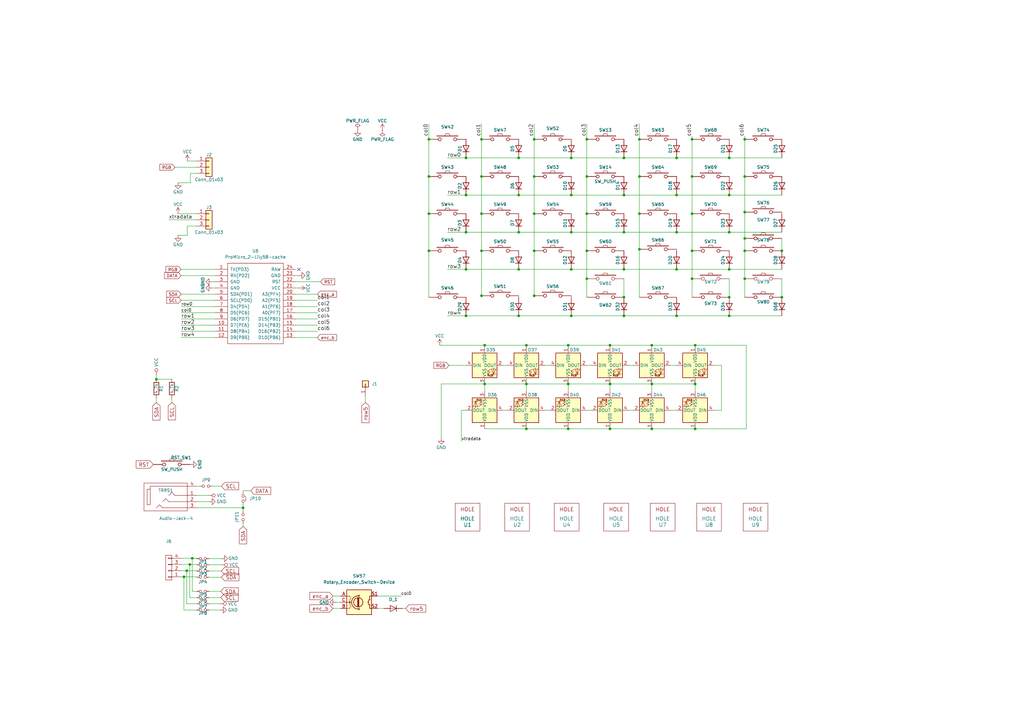
<source format=kicad_sch>
(kicad_sch (version 20230121) (generator eeschema)
  (paper "A3")
  (title_block (title "Dash") (rev "1.0.0-alpha") (company "omkbd"))
  (junction (at 262.255 87.63))
  (junction (at 277.495 129.54))
  (junction (at 75.438 236.601))
  (junction (at 299.085 110.49))
  (junction (at 233.045 157.48))
  (junction (at 262.255 102.235))
  (junction (at 99.695 208.28))
  (junction (at 212.725 95.25))
  (junction (at 198.755 141.605))
  (junction (at 305.435 97.79))
  (junction (at 219.075 102.87))
  (junction (at 219.075 121.285))
  (junction (at 78.867 228.981))
  (junction (at 234.315 95.25))
  (junction (at 255.905 64.77))
  (junction (at 305.435 102.87))
  (junction (at 175.895 87.63))
  (junction (at 198.755 157.48))
  (junction (at 191.135 80.01))
  (junction (at 197.485 87.63))
  (junction (at 285.115 157.48))
  (junction (at 191.135 64.77))
  (junction (at 255.905 95.25))
  (junction (at 219.075 72.39))
  (junction (at 175.895 72.39))
  (junction (at 305.435 86.995))
  (junction (at 299.085 95.25))
  (junction (at 234.315 129.54))
  (junction (at 215.9 141.605))
  (junction (at 233.045 141.605))
  (junction (at 262.255 57.15))
  (junction (at 267.335 141.605))
  (junction (at 283.845 87.63))
  (junction (at 215.9 157.48))
  (junction (at 212.725 64.77))
  (junction (at 77.851 231.521))
  (junction (at 191.135 95.25))
  (junction (at 219.075 87.63))
  (junction (at 255.905 121.92))
  (junction (at 212.725 80.01))
  (junction (at 234.315 110.49))
  (junction (at 283.845 72.39))
  (junction (at 277.495 110.49))
  (junction (at 191.135 110.49))
  (junction (at 285.115 141.605))
  (junction (at 283.845 102.87))
  (junction (at 240.665 72.39))
  (junction (at 233.045 175.895))
  (junction (at 234.315 64.77))
  (junction (at 277.495 64.77))
  (junction (at 320.675 102.87))
  (junction (at 277.495 80.01))
  (junction (at 299.085 129.54))
  (junction (at 212.725 110.49))
  (junction (at 283.845 57.15))
  (junction (at 197.485 102.87))
  (junction (at 255.905 80.01))
  (junction (at 299.085 80.01))
  (junction (at 240.665 102.87))
  (junction (at 299.085 64.77))
  (junction (at 250.19 175.895))
  (junction (at 240.665 57.15))
  (junction (at 197.485 57.15))
  (junction (at 212.725 129.54))
  (junction (at 267.335 157.48))
  (junction (at 305.435 72.39))
  (junction (at 240.665 114.3))
  (junction (at 255.905 110.49))
  (junction (at 305.435 114.3))
  (junction (at 197.485 72.39))
  (junction (at 215.9 175.895))
  (junction (at 285.115 175.895))
  (junction (at 175.895 57.15))
  (junction (at 262.255 72.39))
  (junction (at 64.135 155.575))
  (junction (at 267.335 175.895))
  (junction (at 277.495 95.25))
  (junction (at 197.485 121.285))
  (junction (at 320.675 121.92))
  (junction (at 283.845 114.3))
  (junction (at 255.905 129.54))
  (junction (at 250.19 157.48))
  (junction (at 305.435 57.15))
  (junction (at 175.895 102.87))
  (junction (at 250.19 141.605))
  (junction (at 299.085 121.92))
  (junction (at 191.135 129.54))
  (junction (at 219.075 57.15))
  (junction (at 76.581 234.061))
  (junction (at 234.315 80.01))
  (junction (at 240.665 87.63))
  (no_connect (at 122.555 110.49))
  (wire (pts (xy 191.135 110.49) (xy 212.725 110.49)))
  (wire (pts (xy 85.725 231.648) (xy 90.805 231.648)))
  (wire (pts (xy 305.435 86.995) (xy 305.435 97.79)))
  (wire (pts (xy 191.135 64.77) (xy 212.725 64.77)))
  (wire (pts (xy 283.845 72.39) (xy 283.845 87.63)))
  (wire (pts (xy 70.485 163.195) (xy 70.485 165.1)))
  (wire (pts (xy 240.665 50.8) (xy 240.665 57.15)))
  (wire (pts (xy 250.19 157.48) (xy 267.335 157.48)))
  (wire (pts (xy 121.285 138.43) (xy 130.175 138.43)))
  (wire (pts (xy 85.725 229.108) (xy 90.805 229.108)))
  (wire (pts (xy 299.085 129.54) (xy 320.675 129.54)))
  (wire (pts (xy 262.255 87.63) (xy 262.255 102.235)))
  (wire (pts (xy 267.335 175.895) (xy 285.115 175.895)))
  (wire (pts (xy 121.285 118.11) (xy 122.555 118.11)))
  (wire (pts (xy 234.315 121.285) (xy 234.315 121.92)))
  (wire (pts (xy 262.255 72.39) (xy 262.255 87.63)))
  (wire (pts (xy 121.285 135.89) (xy 130.175 135.89)))
  (wire (pts (xy 80.645 250.19) (xy 75.438 250.19)))
  (wire (pts (xy 74.295 234.061) (xy 76.581 234.061)))
  (wire (pts (xy 234.315 80.01) (xy 255.905 80.01)))
  (wire (pts (xy 74.295 138.43) (xy 88.265 138.43)))
  (wire (pts (xy 215.9 157.48) (xy 233.045 157.48)))
  (wire (pts (xy 305.435 102.87) (xy 305.435 114.3)))
  (wire (pts (xy 85.725 234.188) (xy 90.805 234.188)))
  (wire (pts (xy 250.19 157.48) (xy 250.19 160.655)))
  (wire (pts (xy 305.435 72.39) (xy 305.435 86.995)))
  (wire (pts (xy 277.495 110.49) (xy 299.085 110.49)))
  (wire (pts (xy 277.495 80.01) (xy 299.085 80.01)))
  (wire (pts (xy 283.845 87.63) (xy 283.845 102.87)))
  (wire (pts (xy 212.725 110.49) (xy 234.315 110.49)))
  (wire (pts (xy 240.665 114.3) (xy 240.665 121.92)))
  (wire (pts (xy 233.045 157.48) (xy 250.19 157.48)))
  (wire (pts (xy 80.645 90.17) (xy 69.215 90.17)))
  (wire (pts (xy 250.19 141.605) (xy 250.19 142.24)))
  (wire (pts (xy 189.23 168.275) (xy 189.23 180.975)))
  (wire (pts (xy 257.81 168.275) (xy 259.715 168.275)))
  (wire (pts (xy 154.94 249.555) (xy 157.48 249.555)))
  (wire (pts (xy 212.725 64.77) (xy 234.315 64.77)))
  (wire (pts (xy 292.735 168.275) (xy 295.91 168.275)))
  (wire (pts (xy 212.725 80.01) (xy 234.315 80.01)))
  (wire (pts (xy 74.295 236.601) (xy 75.438 236.601)))
  (wire (pts (xy 274.955 168.275) (xy 277.495 168.275)))
  (wire (pts (xy 78.105 74.93) (xy 73.025 74.93)))
  (wire (pts (xy 255.905 80.01) (xy 277.495 80.01)))
  (wire (pts (xy 240.665 102.87) (xy 240.665 114.3)))
  (wire (pts (xy 233.045 157.48) (xy 233.045 160.655)))
  (wire (pts (xy 85.725 245.11) (xy 90.551 245.11)))
  (wire (pts (xy 149.86 162.56) (xy 149.86 165.1)))
  (wire (pts (xy 234.315 64.77) (xy 255.905 64.77)))
  (wire (pts (xy 76.835 66.04) (xy 80.645 66.04)))
  (wire (pts (xy 78.867 228.981) (xy 80.645 228.981)))
  (wire (pts (xy 305.435 57.15) (xy 305.435 72.39)))
  (wire (pts (xy 74.295 228.981) (xy 78.867 228.981)))
  (wire (pts (xy 267.335 157.48) (xy 285.115 157.48)))
  (wire (pts (xy 283.845 55.88) (xy 283.845 57.15)))
  (wire (pts (xy 183.515 129.54) (xy 191.135 129.54)))
  (wire (pts (xy 215.9 175.895) (xy 233.045 175.895)))
  (wire (pts (xy 191.135 80.01) (xy 212.725 80.01)))
  (wire (pts (xy 274.955 149.86) (xy 277.495 149.86)))
  (wire (pts (xy 299.085 95.25) (xy 320.675 95.25)))
  (wire (pts (xy 74.295 125.73) (xy 88.265 125.73)))
  (wire (pts (xy 306.07 141.605) (xy 306.07 175.895)))
  (wire (pts (xy 73.025 87.63) (xy 80.645 87.63)))
  (wire (pts (xy 74.295 133.35) (xy 88.265 133.35)))
  (wire (pts (xy 80.645 208.28) (xy 99.695 208.28)))
  (wire (pts (xy 74.295 128.27) (xy 88.265 128.27)))
  (wire (pts (xy 191.135 95.25) (xy 212.725 95.25)))
  (wire (pts (xy 240.665 87.63) (xy 240.665 102.87)))
  (wire (pts (xy 219.075 50.8) (xy 219.075 57.15)))
  (wire (pts (xy 74.295 110.49) (xy 88.265 110.49)))
  (wire (pts (xy 80.645 245.11) (xy 77.851 245.11)))
  (wire (pts (xy 121.285 128.27) (xy 130.175 128.27)))
  (wire (pts (xy 76.581 247.65) (xy 76.581 234.061)))
  (wire (pts (xy 219.075 121.285) (xy 219.075 121.92)))
  (wire (pts (xy 305.435 114.3) (xy 305.435 121.92)))
  (wire (pts (xy 183.515 95.25) (xy 191.135 95.25)))
  (wire (pts (xy 198.755 157.48) (xy 215.9 157.48)))
  (wire (pts (xy 234.315 129.54) (xy 255.905 129.54)))
  (wire (pts (xy 175.895 50.8) (xy 175.895 57.15)))
  (wire (pts (xy 277.495 64.77) (xy 299.085 64.77)))
  (wire (pts (xy 305.435 97.79) (xy 305.435 102.87)))
  (wire (pts (xy 234.315 110.49) (xy 255.905 110.49)))
  (wire (pts (xy 99.695 201.93) (xy 99.695 201.295)))
  (wire (pts (xy 233.045 141.605) (xy 233.045 142.24)))
  (wire (pts (xy 136.525 249.555) (xy 139.7 249.555)))
  (wire (pts (xy 299.085 80.01) (xy 320.675 80.01)))
  (wire (pts (xy 85.725 242.57) (xy 90.551 242.57)))
  (wire (pts (xy 85.725 247.65) (xy 90.297 247.65)))
  (wire (pts (xy 277.495 102.235) (xy 277.495 102.87)))
  (wire (pts (xy 219.075 72.39) (xy 219.075 87.63)))
  (wire (pts (xy 80.645 247.65) (xy 76.581 247.65)))
  (wire (pts (xy 255.905 114.3) (xy 255.905 121.92)))
  (wire (pts (xy 78.867 242.57) (xy 78.867 228.981)))
  (wire (pts (xy 77.851 245.11) (xy 77.851 231.521)))
  (wire (pts (xy 85.725 250.19) (xy 90.297 250.19)))
  (wire (pts (xy 198.755 157.48) (xy 198.755 160.655)))
  (wire (pts (xy 277.495 95.25) (xy 299.085 95.25)))
  (wire (pts (xy 197.485 72.39) (xy 197.485 87.63)))
  (wire (pts (xy 80.645 205.74) (xy 85.725 205.74)))
  (wire (pts (xy 80.645 234.061) (xy 80.645 234.188)))
  (wire (pts (xy 299.085 114.3) (xy 299.085 121.92)))
  (wire (pts (xy 137.795 247.015) (xy 139.7 247.015)))
  (wire (pts (xy 295.91 149.86) (xy 295.91 168.275)))
  (wire (pts (xy 233.045 175.895) (xy 250.19 175.895)))
  (wire (pts (xy 285.115 175.895) (xy 306.07 175.895)))
  (wire (pts (xy 80.645 242.57) (xy 78.867 242.57)))
  (wire (pts (xy 80.645 236.601) (xy 80.645 236.728)))
  (wire (pts (xy 320.675 97.79) (xy 320.675 102.87)))
  (wire (pts (xy 74.295 231.521) (xy 77.851 231.521)))
  (wire (pts (xy 80.645 231.521) (xy 80.645 231.648)))
  (wire (pts (xy 212.725 129.54) (xy 234.315 129.54)))
  (wire (pts (xy 255.905 110.49) (xy 277.495 110.49)))
  (wire (pts (xy 197.485 102.87) (xy 197.485 121.285)))
  (wire (pts (xy 80.645 203.2) (xy 85.725 203.2)))
  (wire (pts (xy 165.1 249.555) (xy 166.37 249.555)))
  (wire (pts (xy 197.485 57.15) (xy 197.485 72.39)))
  (wire (pts (xy 212.725 95.25) (xy 234.315 95.25)))
  (wire (pts (xy 80.645 228.981) (xy 80.645 229.108)))
  (wire (pts (xy 86.995 115.57) (xy 88.265 115.57)))
  (wire (pts (xy 86.995 118.11) (xy 88.265 118.11)))
  (wire (pts (xy 215.9 141.605) (xy 233.045 141.605)))
  (wire (pts (xy 234.315 95.25) (xy 255.905 95.25)))
  (wire (pts (xy 197.485 50.8) (xy 197.485 57.15)))
  (wire (pts (xy 285.115 160.655) (xy 285.115 157.48)))
  (wire (pts (xy 197.485 121.285) (xy 197.485 121.92)))
  (wire (pts (xy 175.895 87.63) (xy 175.895 102.87)))
  (wire (pts (xy 99.695 214.63) (xy 99.695 215.9)))
  (wire (pts (xy 240.665 149.86) (xy 242.57 149.86)))
  (wire (pts (xy 77.851 231.521) (xy 80.645 231.521)))
  (wire (pts (xy 206.375 149.86) (xy 208.28 149.86)))
  (wire (pts (xy 219.075 87.63) (xy 219.075 102.87)))
  (wire (pts (xy 175.895 102.87) (xy 175.895 121.92)))
  (wire (pts (xy 198.755 141.605) (xy 215.9 141.605)))
  (wire (pts (xy 198.755 141.605) (xy 198.755 142.24)))
  (wire (pts (xy 184.15 149.86) (xy 191.135 149.86)))
  (wire (pts (xy 250.19 141.605) (xy 267.335 141.605)))
  (wire (pts (xy 191.135 168.275) (xy 189.23 168.275)))
  (wire (pts (xy 183.515 80.01) (xy 191.135 80.01)))
  (wire (pts (xy 267.335 141.605) (xy 267.335 142.24)))
  (wire (pts (xy 180.34 141.605) (xy 198.755 141.605)))
  (wire (pts (xy 74.295 130.81) (xy 88.265 130.81)))
  (wire (pts (xy 255.905 95.25) (xy 277.495 95.25)))
  (wire (pts (xy 76.581 234.061) (xy 80.645 234.061)))
  (wire (pts (xy 74.295 123.19) (xy 88.265 123.19)))
  (wire (pts (xy 175.895 57.15) (xy 175.895 72.39)))
  (wire (pts (xy 99.695 207.01) (xy 99.695 208.28)))
  (wire (pts (xy 240.665 168.275) (xy 242.57 168.275)))
  (wire (pts (xy 267.335 141.605) (xy 285.115 141.605)))
  (wire (pts (xy 197.485 87.63) (xy 197.485 102.87)))
  (wire (pts (xy 257.81 149.86) (xy 259.715 149.86)))
  (wire (pts (xy 183.515 110.49) (xy 191.135 110.49)))
  (wire (pts (xy 154.94 244.475) (xy 164.465 244.475)))
  (wire (pts (xy 262.255 50.8) (xy 262.255 57.15)))
  (wire (pts (xy 292.735 149.86) (xy 295.91 149.86)))
  (wire (pts (xy 74.295 113.03) (xy 88.265 113.03)))
  (wire (pts (xy 76.835 96.52) (xy 73.025 96.52)))
  (wire (pts (xy 121.285 133.35) (xy 130.175 133.35)))
  (wire (pts (xy 198.755 157.48) (xy 180.975 157.48)))
  (wire (pts (xy 320.675 86.995) (xy 320.675 87.63)))
  (wire (pts (xy 299.085 64.77) (xy 320.675 64.77)))
  (wire (pts (xy 262.255 57.15) (xy 262.255 72.39)))
  (wire (pts (xy 74.295 120.65) (xy 88.265 120.65)))
  (wire (pts (xy 99.695 201.295) (xy 102.87 201.295)))
  (wire (pts (xy 136.525 244.475) (xy 139.7 244.475)))
  (wire (pts (xy 121.285 123.19) (xy 130.175 123.19)))
  (wire (pts (xy 283.845 57.15) (xy 283.845 72.39)))
  (wire (pts (xy 277.495 129.54) (xy 299.085 129.54)))
  (wire (pts (xy 285.115 141.605) (xy 306.07 141.605)))
  (wire (pts (xy 75.438 236.601) (xy 80.645 236.601)))
  (wire (pts (xy 99.695 208.28) (xy 99.695 209.55)))
  (wire (pts (xy 255.905 64.77) (xy 277.495 64.77)))
  (wire (pts (xy 198.755 175.895) (xy 215.9 175.895)))
  (wire (pts (xy 219.075 102.87) (xy 219.075 121.285)))
  (wire (pts (xy 121.285 120.65) (xy 130.175 120.65)))
  (wire (pts (xy 121.285 115.57) (xy 131.445 115.57)))
  (wire (pts (xy 267.335 157.48) (xy 267.335 160.655)))
  (wire (pts (xy 240.665 57.15) (xy 240.665 72.39)))
  (wire (pts (xy 320.675 121.92) (xy 320.675 114.3)))
  (wire (pts (xy 191.135 129.54) (xy 212.725 129.54)))
  (wire (pts (xy 240.665 72.39) (xy 240.665 87.63)))
  (wire (pts (xy 262.255 102.235) (xy 262.255 121.92)))
  (wire (pts (xy 283.845 114.3) (xy 283.845 121.92)))
  (wire (pts (xy 80.645 199.39) (xy 81.915 199.39)))
  (wire (pts (xy 85.725 236.728) (xy 90.805 236.728)))
  (wire (pts (xy 76.835 92.71) (xy 80.645 92.71)))
  (wire (pts (xy 219.075 57.15) (xy 219.075 72.39)))
  (wire (pts (xy 121.285 113.03) (xy 122.555 113.03)))
  (wire (pts (xy 76.835 92.71) (xy 76.835 96.52)))
  (wire (pts (xy 64.135 155.575) (xy 70.485 155.575)))
  (wire (pts (xy 183.515 64.77) (xy 191.135 64.77)))
  (wire (pts (xy 215.9 141.605) (xy 215.9 142.24)))
  (wire (pts (xy 285.115 141.605) (xy 285.115 142.24)))
  (wire (pts (xy 78.105 71.12) (xy 78.105 74.93)))
  (wire (pts (xy 233.045 141.605) (xy 250.19 141.605)))
  (wire (pts (xy 80.645 71.12) (xy 78.105 71.12)))
  (wire (pts (xy 121.285 130.81) (xy 130.175 130.81)))
  (wire (pts (xy 206.375 168.275) (xy 208.28 168.275)))
  (wire (pts (xy 175.895 72.39) (xy 175.895 87.63)))
  (wire (pts (xy 71.755 68.58) (xy 80.645 68.58)))
  (wire (pts (xy 121.285 125.73) (xy 130.175 125.73)))
  (wire (pts (xy 64.135 163.195) (xy 64.135 165.1)))
  (wire (pts (xy 283.845 102.87) (xy 283.845 114.3)))
  (wire (pts (xy 299.085 110.49) (xy 320.675 110.49)))
  (wire (pts (xy 250.19 175.895) (xy 267.335 175.895)))
  (wire (pts (xy 223.52 168.275) (xy 225.425 168.275)))
  (wire (pts (xy 180.975 157.48) (xy 180.975 179.705)))
  (wire (pts (xy 86.995 199.39) (xy 90.805 199.39)))
  (wire (pts (xy 212.725 121.285) (xy 212.725 121.92)))
  (wire (pts (xy 255.905 129.54) (xy 277.495 129.54)))
  (wire (pts (xy 215.9 157.48) (xy 215.9 160.655)))
  (wire (pts (xy 74.295 135.89) (xy 88.265 135.89)))
  (wire (pts (xy 64.135 153.67) (xy 64.135 155.575)))
  (wire (pts (xy 305.435 55.88) (xy 305.435 57.15)))
  (wire (pts (xy 223.52 149.86) (xy 225.425 149.86)))
  (wire (pts (xy 75.438 250.19) (xy 75.438 236.601)))
  (label "col0" (at 164.465 244.475 0))
  (label "row0" (at 74.295 125.73 0))
  (label "col3" (at 130.175 128.27 0) (effects (font (size 1.524 1.524))))
  (label "col3" (at 240.665 55.88 90) (effects (font (size 1.524 1.524))))
  (label "col0" (at 175.895 55.88 90) (effects (font (size 1.524 1.524))))
  (label "row2" (at 183.515 95.25 0) (effects (font (size 1.524 1.524))))
  (label "row1" (at 183.515 80.01 0) (effects (font (size 1.524 1.524))))
  (label "col4" (at 130.175 130.81 0) (effects (font (size 1.524 1.524))))
  (label "xtradata" (at 189.23 180.975 0))
  (label "col6" (at 130.175 135.89 0) (effects (font (size 1.524 1.524))))
  (label "col6" (at 305.435 55.88 90) (effects (font (size 1.524 1.524))))
  (label "col2" (at 130.175 125.73 0) (effects (font (size 1.524 1.524))))
  (label "col1" (at 130.175 123.19 0) (effects (font (size 1.524 1.524))))
  (label "xtradata" (at 69.215 90.17 0) (effects (font (size 1.524 1.524))))
  (label "col1" (at 197.485 55.88 90) (effects (font (size 1.524 1.524))))
  (label "col0" (at 74.295 128.27 0))
  (label "row2" (at 74.295 133.35 0) (effects (font (size 1.524 1.524))))
  (label "row4" (at 183.515 129.54 0) (effects (font (size 1.524 1.524))))
  (label "col5" (at 130.175 133.35 0) (effects (font (size 1.524 1.524))))
  (label "row3" (at 74.295 135.89 0) (effects (font (size 1.524 1.524))))
  (label "col5" (at 283.845 55.88 90) (effects (font (size 1.524 1.524))))
  (label "row0" (at 183.515 64.77 0) (effects (font (size 1.524 1.524))))
  (label "col4" (at 262.255 55.88 90) (effects (font (size 1.524 1.524))))
  (label "row1" (at 74.295 130.81 0) (effects (font (size 1.524 1.524))))
  (label "row4" (at 74.295 138.43 0) (effects (font (size 1.524 1.524))))
  (label "row3" (at 183.515 110.49 0) (effects (font (size 1.524 1.524))))
  (label "col2" (at 219.075 55.88 90) (effects (font (size 1.524 1.524))))
  (global_label "SDA" (shape input) (at 90.551 242.57 0) (effects (font (size 1.524 1.524))) (property "Intersheetrefs" "${INTERSHEET_REFS}" (effects hide)))
  (global_label "SCL" (shape input) (at 90.805 199.39 0) (effects (font (size 1.524 1.524))) (property "Intersheetrefs" "${INTERSHEET_REFS}" (effects hide)))
  (global_label "SDA" (shape input) (at 90.805 236.728 0) (effects (font (size 1.524 1.524))) (property "Intersheetrefs" "${INTERSHEET_REFS}" (effects hide)))
  (global_label "enc_a" (shape input) (at 136.525 244.475 180) (effects (font (size 1.524 1.524))) (property "Intersheetrefs" "${INTERSHEET_REFS}" (effects hide)))
  (global_label "enc_a" (shape input) (at 130.175 120.65 0) (property "Intersheetrefs" "${INTERSHEET_REFS}" (effects hide)))
  (global_label "SDA" (shape input) (at 74.295 120.65 180) (property "Intersheetrefs" "${INTERSHEET_REFS}" (effects hide)))
  (global_label "RGB" (shape input) (at 71.755 68.58 180) (property "Intersheetrefs" "${INTERSHEET_REFS}" (effects hide)))
  (global_label "enc_b" (shape input) (at 136.525 249.555 180) (effects (font (size 1.524 1.524))) (property "Intersheetrefs" "${INTERSHEET_REFS}" (effects hide)))
  (global_label "row5" (shape input) (at 149.86 165.1 270) (effects (font (size 1.524 1.524))) (property "Intersheetrefs" "${INTERSHEET_REFS}" (effects hide)))
  (global_label "SCL" (shape input) (at 90.805 234.188 0) (effects (font (size 1.524 1.524))) (property "Intersheetrefs" "${INTERSHEET_REFS}" (effects hide)))
  (global_label "row5" (shape input) (at 166.37 249.555 0) (effects (font (size 1.524 1.524))) (property "Intersheetrefs" "${INTERSHEET_REFS}" (effects hide)))
  (global_label "DATA" (shape input) (at 102.87 201.295 0) (effects (font (size 1.524 1.524))) (property "Intersheetrefs" "${INTERSHEET_REFS}" (effects hide)))
  (global_label "SCL" (shape input) (at 70.485 165.1 270) (effects (font (size 1.524 1.524))) (property "Intersheetrefs" "${INTERSHEET_REFS}" (effects hide)))
  (global_label "enc_b" (shape input) (at 130.175 138.43 0) (property "Intersheetrefs" "${INTERSHEET_REFS}" (effects hide)))
  (global_label "SDA" (shape input) (at 64.135 165.1 270) (effects (font (size 1.524 1.524))) (property "Intersheetrefs" "${INTERSHEET_REFS}" (effects hide)))
  (global_label "RST" (shape input) (at 62.865 190.5 180) (effects (font (size 1.524 1.524))) (property "Intersheetrefs" "${INTERSHEET_REFS}" (effects hide)))
  (global_label "RGB" (shape input) (at 184.15 149.86 180) (property "Intersheetrefs" "${INTERSHEET_REFS}" (effects hide)))
  (global_label "RGB" (shape input) (at 74.295 110.49 180) (property "Intersheetrefs" "${INTERSHEET_REFS}" (effects hide)))
  (global_label "SCL" (shape input) (at 90.551 245.11 0) (effects (font (size 1.524 1.524))) (property "Intersheetrefs" "${INTERSHEET_REFS}" (effects hide)))
  (global_label "RST" (shape input) (at 131.445 115.57 0) (property "Intersheetrefs" "${INTERSHEET_REFS}" (effects hide)))
  (global_label "SCL" (shape input) (at 74.295 123.19 180) (property "Intersheetrefs" "${INTERSHEET_REFS}" (effects hide)))
  (global_label "DATA" (shape input) (at 74.295 113.03 180) (property "Intersheetrefs" "${INTERSHEET_REFS}" (effects hide)))
  (global_label "SDA" (shape input) (at 99.695 215.9 270) (effects (font (size 1.524 1.524))) (property "Intersheetrefs" "${INTERSHEET_REFS}" (effects hide)))
  (symbol (lib_id "ergodash-rescue:HOLE-ergodash") (at 191.77 215.265 0) (unit 1)
    (property "Reference" "U1" (at 191.77 215.265 0) (effects (font (size 1.524 1.524))))
    (property "Value" "HOLE" (at 191.77 212.725 0) (effects (font (size 1.524 1.524))))
    (property "Footprint" "library:hole" (effects hide))
  )
  (symbol (lib_id "ergodash-rescue:HOLE-ergodash") (at 212.09 215.265 0) (unit 1)
    (property "Reference" "U2" (at 212.09 215.265 0) (effects (font (size 1.524 1.524))))
    (property "Value" "HOLE" (at 212.09 212.725 0) (effects (font (size 1.524 1.524))))
    (property "Footprint" "library:hole" (effects hide))
  )
  (symbol (lib_id "ergodash-rescue:HOLE-ergodash") (at 232.41 215.265 0) (unit 1)
    (property "Reference" "U4" (at 232.41 215.265 0) (effects (font (size 1.524 1.524))))
    (property "Value" "HOLE" (at 232.41 212.725 0) (effects (font (size 1.524 1.524))))
    (property "Footprint" "library:hole" (effects hide))
  )
  (symbol (lib_id "ergodash-rescue:HOLE-ergodash") (at 252.73 215.265 0) (unit 1)
    (property "Reference" "U5" (at 252.73 215.265 0) (effects (font (size 1.524 1.524))))
    (property "Value" "HOLE" (at 252.73 212.725 0) (effects (font (size 1.524 1.524))))
    (property "Footprint" "library:hole" (effects hide))
  )
  (symbol (lib_id "power:GND") (at 122.555 113.03 90) (unit 1)
    (property "Reference" "#PWR01" (effects hide))
    (property "Value" "GND" (at 126.365 113.03 0))
  )
  (symbol (lib_id "power:VCC") (at 122.555 118.11 270) (unit 1)
    (property "Reference" "#PWR02" (effects hide))
    (property "Value" "VCC" (at 126.365 118.11 0))
  )
  (symbol (lib_id "power:GND") (at 86.995 115.57 270) (unit 1)
    (property "Reference" "#PWR03" (effects hide))
    (property "Value" "GND" (at 83.185 115.57 0))
  )
  (symbol (lib_id "power:GND") (at 86.995 118.11 270) (unit 1)
    (property "Reference" "#PWR04" (effects hide))
    (property "Value" "GND" (at 83.185 118.11 0))
  )
  (symbol (lib_id "Device:D") (at 191.135 60.96 90) (unit 1)
    (property "Reference" "D1" (at 188.595 60.96 0))
    (property "Value" "D" (effects hide))
    (property "Footprint" "SofleKeyboard-footprint:Diode_SOD123" (effects hide))
  )
  (symbol (lib_id "ergodash-rescue:SW_PUSH-ergodash") (at 248.285 57.15 0) (unit 1)
    (property "Reference" "SW13" (at 248.285 53.34 0))
    (property "Value" "SW_PUSH" (effects hide))
    (property "Footprint" "library:MX_ALPS" (effects hide))
  )
  (symbol (lib_id "Device:D") (at 212.725 60.96 90) (unit 1)
    (property "Reference" "D5" (at 210.185 60.96 0))
    (property "Value" "D" (effects hide))
    (property "Footprint" "SofleKeyboard-footprint:Diode_SOD123" (effects hide))
  )
  (symbol (lib_id "Device:D") (at 234.315 60.96 90) (unit 1)
    (property "Reference" "D9" (at 231.775 60.96 0))
    (property "Value" "D" (effects hide))
    (property "Footprint" "SofleKeyboard-footprint:Diode_SOD123" (effects hide))
  )
  (symbol (lib_id "Device:D") (at 255.905 60.96 90) (unit 1)
    (property "Reference" "D13" (at 253.365 60.96 0))
    (property "Value" "D" (effects hide))
    (property "Footprint" "SofleKeyboard-footprint:Diode_SOD123" (effects hide))
  )
  (symbol (lib_id "Device:D") (at 277.495 60.96 90) (unit 1)
    (property "Reference" "D17" (at 274.955 60.96 0))
    (property "Value" "D" (effects hide))
    (property "Footprint" "SofleKeyboard-footprint:Diode_SOD123" (effects hide))
  )
  (symbol (lib_id "Device:D") (at 299.085 60.96 90) (unit 1)
    (property "Reference" "D21" (at 296.545 60.96 0))
    (property "Value" "D" (effects hide))
    (property "Footprint" "SofleKeyboard-footprint:Diode_SOD123" (effects hide))
  )
  (symbol (lib_id "Device:D") (at 320.675 60.96 90) (unit 1)
    (property "Reference" "D25" (at 318.135 60.96 0))
    (property "Value" "D" (effects hide))
    (property "Footprint" "SofleKeyboard-footprint:Diode_SOD123" (effects hide))
  )
  (symbol (lib_id "ergodash-rescue:SW_PUSH-ergodash") (at 248.285 72.39 0) (unit 1)
    (property "Reference" "SW14" (at 248.285 68.58 0))
    (property "Value" "SW_PUSH" (at 248.285 74.422 0))
    (property "Footprint" "library:MX_ALPS" (effects hide))
  )
  (symbol (lib_id "Device:D") (at 191.135 76.2 90) (unit 1)
    (property "Reference" "D2" (at 188.595 76.2 0))
    (property "Value" "D" (effects hide))
    (property "Footprint" "SofleKeyboard-footprint:Diode_SOD123" (effects hide))
  )
  (symbol (lib_id "Device:D") (at 212.725 76.2 90) (unit 1)
    (property "Reference" "D6" (at 210.185 76.2 0))
    (property "Value" "D" (effects hide))
    (property "Footprint" "SofleKeyboard-footprint:Diode_SOD123" (effects hide))
  )
  (symbol (lib_id "Device:D") (at 234.315 76.2 90) (unit 1)
    (property "Reference" "D10" (at 231.775 76.2 0))
    (property "Value" "D" (effects hide))
    (property "Footprint" "SofleKeyboard-footprint:Diode_SOD123" (effects hide))
  )
  (symbol (lib_id "Device:D") (at 255.905 76.2 90) (unit 1)
    (property "Reference" "D14" (at 253.365 76.2 0))
    (property "Value" "D" (effects hide))
    (property "Footprint" "SofleKeyboard-footprint:Diode_SOD123" (effects hide))
  )
  (symbol (lib_id "Device:D") (at 277.495 76.2 90) (unit 1)
    (property "Reference" "D18" (at 274.955 76.2 0))
    (property "Value" "D" (effects hide))
    (property "Footprint" "SofleKeyboard-footprint:Diode_SOD123" (effects hide))
  )
  (symbol (lib_id "Device:D") (at 299.085 76.2 90) (unit 1)
    (property "Reference" "D22" (at 296.545 76.2 0))
    (property "Value" "D" (effects hide))
    (property "Footprint" "SofleKeyboard-footprint:Diode_SOD123" (effects hide))
  )
  (symbol (lib_id "Device:D") (at 320.675 76.2 90) (unit 1)
    (property "Reference" "D26" (at 318.135 76.2 0))
    (property "Value" "D" (effects hide))
    (property "Footprint" "SofleKeyboard-footprint:Diode_SOD123" (effects hide))
  )
  (symbol (lib_id "Device:D") (at 320.675 91.44 90) (unit 1)
    (property "Reference" "D27" (at 318.135 91.44 0))
    (property "Value" "D" (effects hide))
    (property "Footprint" "SofleKeyboard-footprint:Diode_SOD123" (effects hide))
  )
  (symbol (lib_id "Device:D") (at 299.085 91.44 90) (unit 1)
    (property "Reference" "D23" (at 296.545 91.44 0))
    (property "Value" "D" (effects hide))
    (property "Footprint" "SofleKeyboard-footprint:Diode_SOD123" (effects hide))
  )
  (symbol (lib_id "Device:D") (at 277.495 91.44 90) (unit 1)
    (property "Reference" "D19" (at 274.955 91.44 0))
    (property "Value" "D" (effects hide))
    (property "Footprint" "SofleKeyboard-footprint:Diode_SOD123" (effects hide))
  )
  (symbol (lib_id "Device:D") (at 255.905 91.44 90) (unit 1)
    (property "Reference" "D15" (at 253.365 91.44 0))
    (property "Value" "D" (effects hide))
    (property "Footprint" "SofleKeyboard-footprint:Diode_SOD123" (effects hide))
  )
  (symbol (lib_id "Device:D") (at 234.315 91.44 90) (unit 1)
    (property "Reference" "D11" (at 231.775 91.44 0))
    (property "Value" "D" (effects hide))
    (property "Footprint" "SofleKeyboard-footprint:Diode_SOD123" (effects hide))
  )
  (symbol (lib_id "Device:D") (at 212.725 91.44 90) (unit 1)
    (property "Reference" "D7" (at 210.185 91.44 0))
    (property "Value" "D" (effects hide))
    (property "Footprint" "SofleKeyboard-footprint:Diode_SOD123" (effects hide))
  )
  (symbol (lib_id "Device:D") (at 191.135 91.44 90) (unit 1)
    (property "Reference" "D3" (at 188.595 91.44 0))
    (property "Value" "D" (effects hide))
    (property "Footprint" "SofleKeyboard-footprint:Diode_SOD123" (effects hide))
  )
  (symbol (lib_id "Device:D") (at 191.135 106.68 90) (unit 1)
    (property "Reference" "D4" (at 188.595 106.68 0))
    (property "Value" "D" (effects hide))
    (property "Footprint" "SofleKeyboard-footprint:Diode_SOD123" (effects hide))
  )
  (symbol (lib_id "Device:D") (at 212.725 106.68 90) (unit 1)
    (property "Reference" "D8" (at 210.185 106.68 0))
    (property "Value" "D" (effects hide))
    (property "Footprint" "SofleKeyboard-footprint:Diode_SOD123" (effects hide))
  )
  (symbol (lib_id "Device:D") (at 234.315 106.68 90) (unit 1)
    (property "Reference" "D12" (at 231.775 106.68 0))
    (property "Value" "D" (effects hide))
    (property "Footprint" "SofleKeyboard-footprint:Diode_SOD123" (effects hide))
  )
  (symbol (lib_id "Device:D") (at 255.905 106.68 90) (unit 1)
    (property "Reference" "D16" (at 253.365 106.68 0))
    (property "Value" "D" (effects hide))
    (property "Footprint" "SofleKeyboard-footprint:Diode_SOD123" (effects hide))
  )
  (symbol (lib_id "Device:D") (at 277.495 106.68 90) (unit 1)
    (property "Reference" "D20" (at 274.955 106.68 0))
    (property "Value" "D" (effects hide))
    (property "Footprint" "SofleKeyboard-footprint:Diode_SOD123" (effects hide))
  )
  (symbol (lib_id "Device:D") (at 299.085 106.68 90) (unit 1)
    (property "Reference" "D24" (at 296.545 106.68 0))
    (property "Value" "D" (effects hide))
    (property "Footprint" "SofleKeyboard-footprint:Diode_SOD123" (effects hide))
  )
  (symbol (lib_id "Device:D") (at 320.675 106.68 90) (unit 1)
    (property "Reference" "D28" (at 318.135 106.68 0))
    (property "Value" "D" (effects hide))
    (property "Footprint" "SofleKeyboard-footprint:Diode_SOD123" (effects hide))
  )
  (symbol (lib_id "power:PWR_FLAG") (at 146.685 53.34 0) (unit 1)
    (property "Reference" "#FLG09" (effects hide))
    (property "Value" "PWR_FLAG" (at 146.685 49.53 0))
  )
  (symbol (lib_id "power:PWR_FLAG") (at 156.845 53.34 180) (unit 1)
    (property "Reference" "#FLG010" (effects hide))
    (property "Value" "PWR_FLAG" (at 156.845 57.15 0))
  )
  (symbol (lib_id "power:GND") (at 146.685 53.34 0) (unit 1)
    (property "Reference" "#PWR011" (effects hide))
    (property "Value" "GND" (at 146.685 57.15 0))
  )
  (symbol (lib_id "power:VCC") (at 156.845 53.34 0) (unit 1)
    (property "Reference" "#PWR012" (effects hide))
    (property "Value" "VCC" (at 156.845 49.53 0))
  )
  (symbol (lib_id "ergodash-rescue:HOLE-ergodash") (at 271.78 215.265 0) (unit 1)
    (property "Reference" "U7" (at 271.78 215.265 0) (effects (font (size 1.524 1.524))))
    (property "Value" "HOLE" (at 271.78 212.725 0) (effects (font (size 1.524 1.524))))
    (property "Footprint" "library:hole" (effects hide))
  )
  (symbol (lib_id "Device:D") (at 191.135 125.73 90) (unit 1)
    (property "Reference" "D29" (at 188.595 125.73 0))
    (property "Value" "D" (effects hide))
    (property "Footprint" "SofleKeyboard-footprint:Diode_SOD123" (effects hide))
  )
  (symbol (lib_id "Device:D") (at 212.725 125.73 90) (unit 1)
    (property "Reference" "D30" (at 210.185 125.73 0))
    (property "Value" "D" (effects hide))
    (property "Footprint" "SofleKeyboard-footprint:Diode_SOD123" (effects hide))
  )
  (symbol (lib_id "Device:D") (at 234.315 125.73 90) (unit 1)
    (property "Reference" "D31" (at 231.775 125.73 0))
    (property "Value" "D" (effects hide))
    (property "Footprint" "SofleKeyboard-footprint:Diode_SOD123" (effects hide))
  )
  (symbol (lib_id "Device:D") (at 255.905 125.73 90) (unit 1)
    (property "Reference" "D32" (at 253.365 125.73 0))
    (property "Value" "D" (effects hide))
    (property "Footprint" "SofleKeyboard-footprint:Diode_SOD123" (effects hide))
  )
  (symbol (lib_id "Device:D") (at 277.495 125.73 90) (unit 1)
    (property "Reference" "D33" (at 274.955 125.73 0))
    (property "Value" "D" (effects hide))
    (property "Footprint" "SofleKeyboard-footprint:Diode_SOD123" (effects hide))
  )
  (symbol (lib_id "Device:D") (at 299.085 125.73 90) (unit 1)
    (property "Reference" "D34" (at 296.545 125.73 0))
    (property "Value" "D" (effects hide))
    (property "Footprint" "SofleKeyboard-footprint:Diode_SOD123" (effects hide))
  )
  (symbol (lib_id "ergodash-rescue:Conn_01x03-conn") (at 85.725 68.58 0) (unit 1)
    (property "Reference" "J2" (at 85.725 63.5 0))
    (property "Value" "Conn_01x03" (at 85.725 73.66 0))
    (property "Footprint" "library:conn3" (effects hide))
  )
  (symbol (lib_id "ergodash-rescue:Conn_01x03-conn") (at 85.725 90.17 0) (unit 1)
    (property "Reference" "J3" (at 85.725 85.09 0))
    (property "Value" "Conn_01x03" (at 85.725 95.25 0))
    (property "Footprint" "library:conn3" (effects hide))
  )
  (symbol (lib_id "power:VCC") (at 73.025 87.63 0) (unit 1)
    (property "Reference" "#PWR014" (effects hide))
    (property "Value" "VCC" (at 73.025 83.82 0))
  )
  (symbol (lib_id "power:GND") (at 73.025 96.52 0) (unit 1)
    (property "Reference" "#PWR015" (effects hide))
    (property "Value" "GND" (at 73.025 100.33 0))
  )
  (symbol (lib_id "power:VCC") (at 76.835 66.04 0) (unit 1)
    (property "Reference" "#PWR016" (effects hide))
    (property "Value" "VCC" (at 76.835 62.23 0))
  )
  (symbol (lib_id "power:GND") (at 73.025 74.93 0) (unit 1)
    (property "Reference" "#PWR017" (effects hide))
    (property "Value" "GND" (at 73.025 78.74 0))
  )
  (symbol (lib_id "ergodash-rescue:HOLE-ergodash") (at 290.83 215.265 0) (unit 1)
    (property "Reference" "U8" (at 290.83 215.265 0) (effects (font (size 1.524 1.524))))
    (property "Value" "HOLE" (at 290.83 212.725 0) (effects (font (size 1.524 1.524))))
    (property "Footprint" "library:hole" (effects hide))
  )
  (symbol (lib_id "ergodash-rescue:HOLE-ergodash") (at 309.88 215.265 0) (unit 1)
    (property "Reference" "U9" (at 309.88 215.265 0) (effects (font (size 1.524 1.524))))
    (property "Value" "HOLE" (at 309.88 212.725 0) (effects (font (size 1.524 1.524))))
    (property "Footprint" "library:hole" (effects hide))
  )
  (symbol (lib_id "Device:D") (at 320.675 125.73 90) (unit 1)
    (property "Reference" "D68" (at 318.135 125.73 0))
    (property "Value" "D" (effects hide))
    (property "Footprint" "SofleKeyboard-footprint:Diode_SOD123" (effects hide))
  )
  (symbol (lib_id "redox_lib:GND") (at 90.297 250.19 90) (unit 1)
    (property "Reference" "#PWR020" (effects hide))
    (property "Value" "GND" (at 95.504 250.19 90))
  )
  (symbol (lib_id "sofle:SW_PUSH-Lily58-cache") (at 269.875 72.39 0) (unit 1)
    (property "Reference" "SW64" (at 269.875 68.58 0))
    (property "Value" "SW_PUSH-Lily58-cache" (effects hide))
    (property "Footprint" "sofle:CherryMX_Hotswap" (effects hide))
  )
  (symbol (lib_id "sofle:SW_PUSH-Lily58-cache") (at 248.285 121.92 0) (unit 1)
    (property "Reference" "SW62" (at 248.285 125.095 0))
    (property "Value" "SW_PUSH-Lily58-cache" (effects hide))
    (property "Footprint" "sofle:CherryMX_Hotswap" (effects hide))
  )
  (symbol (lib_id "sofle:SW_PUSH-Lily58-cache") (at 226.695 102.87 0) (unit 1)
    (property "Reference" "SW55" (at 226.695 99.06 0))
    (property "Value" "SW_PUSH-Lily58-cache" (effects hide))
    (property "Footprint" "sofle:CherryMX_Hotswap" (effects hide))
  )
  (symbol (lib_id "yaemk:YAEMK_SK6812MINI-E") (at 250.19 149.86 0) (unit 1)
    (property "Reference" "D41" (at 252.73 143.51 0))
    (property "Value" "YAEMK_SK6812MINI-E" (effects hide))
    (property "Footprint" "prettylib:SK6812_mini_e_flipable" (effects hide))
  )
  (symbol (lib_id "yaemk:YAEMK_SK6812MINI-E") (at 233.045 168.275 180) (unit 1)
    (property "Reference" "D40" (at 235.585 161.925 0))
    (property "Value" "YAEMK_SK6812MINI-E" (effects hide))
    (property "Footprint" "prettylib:SK6812_mini_e_flipable" (effects hide))
  )
  (symbol (lib_id "sofle:SW_PUSH-Lily58-cache") (at 248.285 114.3 0) (unit 1)
    (property "Reference" "SW61" (at 248.285 116.205 0))
    (property "Value" "SW_PUSH-Lily58-cache" (effects hide))
    (property "Footprint" "sofle:CherryMX_Hotswap" (effects hide))
  )
  (symbol (lib_id "yaemk:YAEMK_SK6812MINI-E") (at 215.9 149.86 0) (unit 1)
    (property "Reference" "D37" (at 218.44 143.51 0))
    (property "Value" "YAEMK_SK6812MINI-E" (effects hide))
    (property "Footprint" "prettylib:SK6812_mini_e_flipable" (effects hide))
  )
  (symbol (lib_id "redox_lib:VCC") (at 90.805 231.648 270) (unit 1)
    (property "Reference" "#PWR025" (effects hide))
    (property "Value" "VCC" (at 95.885 231.648 90))
  )
  (symbol (lib_id "sofle_lib:Jumper_NO_Small-Device") (at 83.185 229.108 180) (unit 1)
    (property "Reference" "JP1" (at 83.185 230.378 0))
    (property "Value" "Jumper_NO_Small-Device" (effects hide))
    (property "Footprint" "SofleKeyboard-footprint:Jumper" (effects hide))
  )
  (symbol (lib_id "sofle_lib:MJ-4PP-9-Lily58-cache") (at 69.215 203.2 0) (unit 1)
    (property "Reference" "TRRS1" (at 67.945 201.168 0))
    (property "Value" "Audio-Jack-4" (at 72.263 212.598 0))
    (property "Footprint" "sofle:MJ-4PP-9" (effects hide))
  )
  (symbol (lib_id "sofle:SW_PUSH-Lily58-cache") (at 313.055 57.15 0) (unit 1)
    (property "Reference" "SW74" (at 313.055 53.34 0))
    (property "Value" "SW_PUSH-Lily58-cache" (effects hide))
    (property "Footprint" "sofle:CherryMX_Hotswap" (effects hide))
  )
  (symbol (lib_id "redox_lib:VCC") (at 90.297 247.65 270) (unit 1)
    (property "Reference" "#PWR019" (effects hide))
    (property "Value" "VCC" (at 95.377 247.65 90))
  )
  (symbol (lib_id "sofle_lib:Jumper_NO_Small-Device") (at 83.185 250.19 180) (unit 1)
    (property "Reference" "JP8" (at 83.185 251.46 0))
    (property "Value" "Jumper_NO_Small-Device" (effects hide))
    (property "Footprint" "SofleKeyboard-footprint:Jumper" (effects hide))
  )
  (symbol (lib_id "sofle:SW_PUSH-Lily58-cache") (at 269.875 87.63 0) (unit 1)
    (property "Reference" "SW65" (at 269.875 83.82 0))
    (property "Value" "SW_PUSH-Lily58-cache" (effects hide))
    (property "Footprint" "sofle:CherryMX_Hotswap" (effects hide))
  )
  (symbol (lib_id "sofle:SW_PUSH-Lily58-cache") (at 205.105 57.15 0) (unit 1)
    (property "Reference" "SW47" (at 205.105 53.34 0))
    (property "Value" "SW_PUSH-Lily58-cache" (effects hide))
    (property "Footprint" "sofle:CherryMX_Hotswap" (effects hide))
  )
  (symbol (lib_id "sofle:SW_PUSH-Lily58-cache") (at 248.285 102.87 0) (unit 1)
    (property "Reference" "SW60" (at 248.285 99.06 0))
    (property "Value" "SW_PUSH-Lily58-cache" (effects hide))
    (property "Footprint" "sofle:CherryMX_Hotswap" (effects hide))
  )
  (symbol (lib_id "yaemk:YAEMK_SK6812MINI-E") (at 250.19 168.275 180) (unit 1)
    (property "Reference" "D42" (at 252.73 161.925 0))
    (property "Value" "YAEMK_SK6812MINI-E" (effects hide))
    (property "Footprint" "prettylib:SK6812_mini_e_flipable" (effects hide))
  )
  (symbol (lib_id "sofle_lib:Jumper_NO_Small-Device") (at 99.695 212.09 90) (unit 1)
    (property "Reference" "JP11" (at 97.155 212.09 0))
    (property "Value" "Jumper_NO_Small-Device" (effects hide))
    (property "Footprint" "sofle:Jumper" (effects hide))
  )
  (symbol (lib_id "sofle:SW_PUSH-Lily58-cache") (at 226.695 72.39 0) (unit 1)
    (property "Reference" "SW53" (at 226.695 68.58 0))
    (property "Value" "SW_PUSH-Lily58-cache" (effects hide))
    (property "Footprint" "sofle:CherryMX_Hotswap" (effects hide))
  )
  (symbol (lib_id "sofle_lib:Jumper_NO_Small-Device") (at 83.185 242.57 180) (unit 1)
    (property "Reference" "JP5" (at 83.185 243.84 0))
    (property "Value" "Jumper_NO_Small-Device" (effects hide))
    (property "Footprint" "SofleKeyboard-footprint:Jumper" (effects hide))
  )
  (symbol (lib_id "sofle:SW_PUSH-Lily58-cache") (at 226.695 57.15 0) (unit 1)
    (property "Reference" "SW52" (at 226.695 52.705 0))
    (property "Value" "SW_PUSH-Lily58-cache" (effects hide))
    (property "Footprint" "sofle:CherryMX_Hotswap" (effects hide))
  )
  (symbol (lib_id "sofle:SW_PUSH-Lily58-cache") (at 269.875 102.235 0) (unit 1)
    (property "Reference" "SW66" (at 269.875 98.425 0))
    (property "Value" "SW_PUSH-Lily58-cache" (effects hide))
    (property "Footprint" "sofle:CherryMX_Hotswap" (effects hide))
  )
  (symbol (lib_id "sofle:SW_PUSH-Lily58-cache") (at 226.695 87.63 0) (unit 1)
    (property "Reference" "SW54" (at 226.695 83.82 0))
    (property "Value" "SW_PUSH-Lily58-cache" (effects hide))
    (property "Footprint" "sofle:CherryMX_Hotswap" (effects hide))
  )
  (symbol (lib_id "sofle:SW_PUSH-Lily58-cache") (at 313.055 86.995 0) (unit 1)
    (property "Reference" "SW76" (at 313.055 83.185 0))
    (property "Value" "SW_PUSH-Lily58-cache" (effects hide))
    (property "Footprint" "sofle:CherryMX_Hotswap" (effects hide))
  )
  (symbol (lib_id "sofle_lib:Jumper_NO_Small-Device") (at 84.455 199.39 0) (unit 1)
    (property "Reference" "JP9" (at 84.455 196.85 0))
    (property "Value" "Jumper_NO_Small-Device" (effects hide))
    (property "Footprint" "SofleKeyboard-footprint:Jumper" (effects hide))
  )
  (symbol (lib_id "sofle:SW_PUSH-Lily58-cache") (at 248.285 87.63 0) (unit 1)
    (property "Reference" "SW59" (at 248.285 83.82 0))
    (property "Value" "SW_PUSH-Lily58-cache" (effects hide))
    (property "Footprint" "sofle:CherryMX_Hotswap" (effects hide))
  )
  (symbol (lib_id "redox_lib:GND") (at 137.795 247.015 270) (unit 1)
    (property "Reference" "#PWR026" (effects hide))
    (property "Value" "GND" (at 132.969 247.142 90))
  )
  (symbol (lib_id "sofle:SW_PUSH-Lily58-cache") (at 183.515 102.87 0) (unit 1)
    (property "Reference" "SW45" (at 183.515 98.425 0))
    (property "Value" "SW_PUSH-Lily58-cache" (effects hide))
    (property "Footprint" "sofle:CherryMX_Hotswap" (effects hide))
  )
  (symbol (lib_id "yaemk:YAEMK_SK6812MINI-E") (at 215.9 168.275 180) (unit 1)
    (property "Reference" "D38" (at 218.44 161.925 0))
    (property "Value" "YAEMK_SK6812MINI-E" (effects hide))
    (property "Footprint" "prettylib:SK6812_mini_e_flipable" (effects hide))
  )
  (symbol (lib_id "sofle:SW_PUSH-Lily58-cache") (at 269.875 121.92 0) (unit 1)
    (property "Reference" "SW67" (at 269.875 118.11 0))
    (property "Value" "SW_PUSH-Lily58-cache" (effects hide))
    (property "Footprint" "sofle:CherryMX_Hotswap" (effects hide))
  )
  (symbol (lib_id "sofle_lib:Rotary_Encoder_Switch-Device") (at 147.32 247.015 0) (unit 1)
    (property "Reference" "SW57" (at 147.32 236.22 0))
    (property "Value" "Rotary_Encoder_Switch-Device" (at 147.32 238.76 0))
    (property "Footprint" "SofleKeyboard-footprint:RotaryEncoder_Alps_EC11E-Switch_Vertical_H20mm-keebio_modified" (effects hide))
  )
  (symbol (lib_id "yaemk:YAEMK_SK6812MINI-E") (at 233.045 149.86 0) (unit 1)
    (property "Reference" "D39" (at 235.585 143.51 0))
    (property "Value" "YAEMK_SK6812MINI-E" (effects hide))
    (property "Footprint" "prettylib:SK6812_mini_e_flipable" (effects hide))
  )
  (symbol (lib_id "yaemk:YAEMK_SK6812MINI-E") (at 198.755 168.275 180) (unit 1)
    (property "Reference" "D36" (at 201.93 161.925 0))
    (property "Value" "YAEMK_SK6812MINI-E" (effects hide))
    (property "Footprint" "prettylib:SK6812_mini_e_flipable" (effects hide))
  )
  (symbol (lib_id "power:GND") (at 180.975 179.705 0) (unit 1)
    (property "Reference" "#PWR07" (effects hide))
    (property "Value" "GND" (at 180.975 183.515 0))
  )
  (symbol (lib_id "yaemk:YAEMK_SK6812MINI-E") (at 267.335 168.275 180) (unit 1)
    (property "Reference" "D44" (at 269.875 161.925 0))
    (property "Value" "YAEMK_SK6812MINI-E" (effects hide))
    (property "Footprint" "prettylib:SK6812_mini_e_flipable" (effects hide))
  )
  (symbol (lib_id "sofle:SW_PUSH-Lily58-cache") (at 226.695 121.285 0) (unit 1)
    (property "Reference" "SW56" (at 226.695 117.475 0))
    (property "Value" "SW_PUSH-Lily58-cache" (effects hide))
    (property "Footprint" "sofle:CherryMX_Hotswap" (effects hide))
  )
  (symbol (lib_id "sofle:ProMicro_2-Lily58-cache") (at 104.775 124.46 0) (unit 1)
    (property "Reference" "U6" (at 104.775 102.87 0))
    (property "Value" "ProMicro_2-Lily58-cache" (at 104.775 105.41 0))
    (property "Footprint" "sofle:ArduinoProMicro-ZigZag-DoubleSided" (effects hide))
  )
  (symbol (lib_id "redox_lib:SW_PUSH") (at 70.485 190.5 0) (unit 1)
    (property "Reference" "RST_SW1" (at 74.295 187.706 0))
    (property "Value" "SW_PUSH" (at 70.485 192.532 0))
    (property "Footprint" "sofle:TACT_SWITCH_TVBP06" (effects hide))
  )
  (symbol (lib_id "sofle:SW_PUSH-Lily58-cache") (at 313.055 121.92 0) (unit 1)
    (property "Reference" "SW80" (at 313.055 123.825 0))
    (property "Value" "SW_PUSH-Lily58-cache" (effects hide))
    (property "Footprint" "sofle:CherryMX_Hotswap" (effects hide))
  )
  (symbol (lib_id "sofle:SW_PUSH-Lily58-cache") (at 313.055 114.3 0) (unit 1)
    (property "Reference" "SW79" (at 313.055 115.57 0))
    (property "Value" "SW_PUSH-Lily58-cache" (effects hide))
    (property "Footprint" "sofle:CherryMX_Hotswap" (effects hide))
  )
  (symbol (lib_id "redox_lib:R") (at 64.135 159.385 0) (unit 1)
    (property "Reference" "R1" (at 66.167 159.385 90))
    (property "Value" "4.7k" (at 64.135 159.385 90))
    (property "Footprint" "SofleKeyboard-footprint:R_1206_DoubleSided" (effects hide))
  )
  (symbol (lib_id "sofle:SW_PUSH-Lily58-cache") (at 313.055 72.39 0) (unit 1)
    (property "Reference" "SW75" (at 313.055 68.58 0))
    (property "Value" "SW_PUSH-Lily58-cache" (effects hide))
    (property "Footprint" "sofle:CherryMX_Hotswap" (effects hide))
  )
  (symbol (lib_id "sofle:SW_PUSH-Lily58-cache") (at 291.465 114.3 0) (unit 1)
    (property "Reference" "SW72" (at 291.465 115.57 0))
    (property "Value" "SW_PUSH-Lily58-cache" (effects hide))
    (property "Footprint" "sofle:CherryMX_Hotswap" (effects hide))
  )
  (symbol (lib_id "sofle:SW_PUSH-Lily58-cache") (at 291.465 87.63 0) (unit 1)
    (property "Reference" "SW70" (at 291.465 83.82 0))
    (property "Value" "SW_PUSH-Lily58-cache" (effects hide))
    (property "Footprint" "sofle:CherryMX_Hotswap" (effects hide))
  )
  (symbol (lib_id "sofle:SW_PUSH-Lily58-cache") (at 291.465 102.87 0) (unit 1)
    (property "Reference" "SW71" (at 291.465 99.06 0))
    (property "Value" "SW_PUSH-Lily58-cache" (effects hide))
    (property "Footprint" "sofle:CherryMX_Hotswap" (effects hide))
  )
  (symbol (lib_id "redox_lib:GND") (at 90.805 229.108 90) (unit 1)
    (property "Reference" "#PWR021" (effects hide))
    (property "Value" "GND" (at 95.631 228.981 90))
  )
  (symbol (lib_id "sofle:SW_PUSH-Lily58-cache") (at 291.465 121.92 0) (unit 1)
    (property "Reference" "SW73" (at 291.465 124.46 0))
    (property "Value" "SW_PUSH-Lily58-cache" (effects hide))
    (property "Footprint" "sofle:CherryMX_Hotswap" (effects hide))
  )
  (symbol (lib_id "sofle:SW_PUSH-Lily58-cache") (at 183.515 57.15 0) (unit 1)
    (property "Reference" "SW42" (at 183.515 52.07 0))
    (property "Value" "SW_PUSH-Lily58-cache" (effects hide))
    (property "Footprint" "sofle:CherryMX_Hotswap" (effects hide))
  )
  (symbol (lib_id "sofle:SW_PUSH-Lily58-cache") (at 291.465 72.39 0) (unit 1)
    (property "Reference" "SW69" (at 291.465 68.58 0))
    (property "Value" "SW_PUSH-Lily58-cache" (effects hide))
    (property "Footprint" "sofle:CherryMX_Hotswap" (effects hide))
  )
  (symbol (lib_id "gundam:LOGO") (at 187.96 210.82 0) (unit 1)
    (property "Reference" "#G1" (effects hide))
    (property "Value" "LOGO" (effects hide))
  )
  (symbol (lib_id "redox_lib:VCC") (at 64.135 153.67 0) (unit 1)
    (property "Reference" "#PWR05" (effects hide))
    (property "Value" "VCC" (at 64.135 148.59 90))
  )
  (symbol (lib_id "sofle:SW_PUSH-Lily58-cache") (at 205.105 72.39 0) (unit 1)
    (property "Reference" "SW48" (at 205.105 68.58 0))
    (property "Value" "SW_PUSH-Lily58-cache" (effects hide))
    (property "Footprint" "sofle:CherryMX_Hotswap" (effects hide))
  )
  (symbol (lib_id "sofle:SW_PUSH-Lily58-cache") (at 205.105 102.87 0) (unit 1)
    (property "Reference" "SW50" (at 205.105 99.06 0))
    (property "Value" "SW_PUSH-Lily58-cache" (effects hide))
    (property "Footprint" "sofle:CherryMX_Hotswap" (effects hide))
  )
  (symbol (lib_id "power:VCC") (at 180.34 141.605 0) (unit 1)
    (property "Reference" "#PWR06" (effects hide))
    (property "Value" "VCC" (at 180.34 137.795 0))
  )
  (symbol (lib_id "redox_lib:VCC") (at 85.725 203.2 270) (unit 1)
    (property "Reference" "#PWR010" (effects hide))
    (property "Value" "VCC" (at 90.805 203.2 90))
  )
  (symbol (lib_id "sofle:SW_PUSH-Lily58-cache") (at 183.515 87.63 0) (unit 1)
    (property "Reference" "SW44" (at 183.515 83.82 0))
    (property "Value" "SW_PUSH-Lily58-cache" (effects hide))
    (property "Footprint" "sofle:CherryMX_Hotswap" (effects hide))
  )
  (symbol (lib_id "sofle:SW_PUSH-Lily58-cache") (at 205.105 87.63 0) (unit 1)
    (property "Reference" "SW49" (at 205.105 83.82 0))
    (property "Value" "SW_PUSH-Lily58-cache" (effects hide))
    (property "Footprint" "sofle:CherryMX_Hotswap" (effects hide))
  )
  (symbol (lib_id "sofle_lib:Jumper_NO_Small-Device") (at 83.185 234.188 180) (unit 1)
    (property "Reference" "JP3" (at 83.185 235.458 0))
    (property "Value" "Jumper_NO_Small-Device" (effects hide))
    (property "Footprint" "SofleKeyboard-footprint:Jumper" (effects hide))
  )
  (symbol (lib_id "redox_lib:GND") (at 78.105 190.5 90) (unit 1)
    (property "Reference" "#PWR09" (effects hide))
    (property "Value" "GND" (at 81.915 190.5 0))
  )
  (symbol (lib_id "sofle_lib:i2c_pin-Lily58-cache") (at 149.86 157.48 90) (unit 1)
    (property "Reference" "J1" (at 152.4 157.4799 90) (effects (justify right)))
    (property "Value" "i2c_pin-Lily58-cache" (effects hide))
    (property "Footprint" "SofleKeyboard-footprint:1pin_conn" (effects hide))
  )
  (symbol (lib_id "sofle:SW_PUSH-Lily58-cache") (at 291.465 57.15 0) (unit 1)
    (property "Reference" "SW68" (at 291.465 53.34 0))
    (property "Value" "SW_PUSH-Lily58-cache" (effects hide))
    (property "Footprint" "sofle:CherryMX_Hotswap" (effects hide))
  )
  (symbol (lib_id "sofle_lib:Jumper_NO_Small-Device") (at 83.185 231.648 180) (unit 1)
    (property "Reference" "JP2" (at 83.185 232.918 0))
    (property "Value" "Jumper_NO_Small-Device" (effects hide))
    (property "Footprint" "SofleKeyboard-footprint:Jumper" (effects hide))
  )
  (symbol (lib_id "sofle_lib:D-Lily58-cache") (at 161.29 249.555 180) (unit 1)
    (property "Reference" "D_1" (at 161.29 245.872 0))
    (property "Value" "D-Lily58-cache" (effects hide))
    (property "Footprint" "SofleKeyboard-footprint:Diode_SOD123" (effects hide))
  )
  (symbol (lib_id "redox_lib:GND") (at 85.725 205.74 90) (unit 1)
    (property "Reference" "#PWR018" (effects hide))
    (property "Value" "GND" (at 90.805 205.74 90))
  )
  (symbol (lib_id "yaemk:YAEMK_SK6812MINI-E") (at 198.755 149.86 0) (unit 1)
    (property "Reference" "D35" (at 201.295 143.51 0))
    (property "Value" "YAEMK_SK6812MINI-E" (effects hide))
    (property "Footprint" "prettylib:SK6812_mini_e_flipable" (effects hide))
  )
  (symbol (lib_id "yaemk:YAEMK_SK6812MINI-E") (at 285.115 149.86 0) (unit 1)
    (property "Reference" "D45" (at 287.655 143.51 0))
    (property "Value" "YAEMK_SK6812MINI-E" (effects hide))
    (property "Footprint" "prettylib:SK6812_mini_e_flipable" (effects hide))
  )
  (symbol (lib_id "redox_lib:R") (at 70.485 159.385 0) (unit 1)
    (property "Reference" "R2" (at 72.517 159.385 90))
    (property "Value" "4.7k" (at 70.485 159.385 90))
    (property "Footprint" "SofleKeyboard-footprint:R_1206_DoubleSided" (effects hide))
  )
  (symbol (lib_id "sofle_lib:Jumper_NC_Small-Device") (at 99.695 204.47 270) (unit 1)
    (property "Reference" "JP10" (at 102.235 204.4699 90) (effects (justify left)))
    (property "Value" "Jumper_NC_Small-Device" (effects hide))
    (property "Footprint" "sofle:jumper_data" (effects hide))
  )
  (symbol (lib_id "sofle:SW_PUSH-Lily58-cache") (at 183.515 121.92 0) (unit 1)
    (property "Reference" "SW46" (at 183.515 118.11 0))
    (property "Value" "SW_PUSH-Lily58-cache" (effects hide))
    (property "Footprint" "sofle:CherryMX_Hotswap" (effects hide))
  )
  (symbol (lib_id "sofle:SW_PUSH-Lily58-cache") (at 183.515 72.39 0) (unit 1)
    (property "Reference" "SW43" (at 183.515 68.58 0))
    (property "Value" "SW_PUSH-Lily58-cache" (effects hide))
    (property "Footprint" "sofle:CherryMX_Hotswap" (effects hide))
  )
  (symbol (lib_id "sofle_lib:OLED-Lily58-cache") (at 69.215 232.791 180) (unit 1)
    (property "Reference" "J6" (at 69.215 221.996 0))
    (property "Value" "OLED-Lily58-cache" (effects hide))
    (property "Footprint" "SofleKeyboard-footprint:OLED_4Pin" (effects hide))
  )
  (symbol (lib_id "sofle:SW_PUSH-Lily58-cache") (at 313.055 102.87 0) (unit 1)
    (property "Reference" "SW78" (at 313.055 98.425 0))
    (property "Value" "SW_PUSH-Lily58-cache" (effects hide))
    (property "Footprint" "sofle:CherryMX_Hotswap" (effects hide))
  )
  (symbol (lib_id "sofle:SW_PUSH-Lily58-cache") (at 205.105 121.285 0) (unit 1)
    (property "Reference" "SW51" (at 205.105 117.475 0))
    (property "Value" "SW_PUSH-Lily58-cache" (effects hide))
    (property "Footprint" "sofle:CherryMX_Hotswap" (effects hide))
  )
  (symbol (lib_id "sofle:SW_PUSH-Lily58-cache") (at 313.055 97.79 0) (unit 1)
    (property "Reference" "SW77" (at 313.055 90.17 0))
    (property "Value" "SW_PUSH-Lily58-cache" (effects hide))
    (property "Footprint" "sofle:CherryMX_Hotswap" (effects hide))
  )
  (symbol (lib_id "sofle_lib:Jumper_NO_Small-Device") (at 83.185 245.11 180) (unit 1)
    (property "Reference" "JP6" (at 83.185 246.38 0))
    (property "Value" "Jumper_NO_Small-Device" (effects hide))
    (property "Footprint" "SofleKeyboard-footprint:Jumper" (effects hide))
  )
  (symbol (lib_id "sofle:SW_PUSH-Lily58-cache") (at 269.875 57.15 0) (unit 1)
    (property "Reference" "SW63" (at 269.875 53.34 0))
    (property "Value" "SW_PUSH-Lily58-cache" (effects hide))
    (property "Footprint" "sofle:CherryMX_Hotswap" (effects hide))
  )
  (symbol (lib_id "yaemk:YAEMK_SK6812MINI-E") (at 267.335 149.86 0) (unit 1)
    (property "Reference" "D43" (at 269.875 143.51 0))
    (property "Value" "YAEMK_SK6812MINI-E" (effects hide))
    (property "Footprint" "prettylib:SK6812_mini_e_flipable" (effects hide))
  )
  (symbol (lib_id "sofle_lib:Jumper_NO_Small-Device") (at 83.185 236.728 180) (unit 1)
    (property "Reference" "JP4" (at 83.185 238.633 0))
    (property "Value" "Jumper_NO_Small-Device" (effects hide))
    (property "Footprint" "SofleKeyboard-footprint:Jumper" (effects hide))
  )
  (symbol (lib_id "sofle_lib:Jumper_NO_Small-Device") (at 83.185 247.65 180) (unit 1)
    (property "Reference" "JP7" (at 83.185 248.92 0))
    (property "Value" "Jumper_NO_Small-Device" (effects hide))
    (property "Footprint" "SofleKeyboard-footprint:Jumper" (effects hide))
  )
  (symbol (lib_id "yaemk:YAEMK_SK6812MINI-E") (at 285.115 168.275 180) (unit 1)
    (property "Reference" "D46" (at 287.655 161.925 0))
    (property "Value" "YAEMK_SK6812MINI-E" (effects hide))
    (property "Footprint" "prettylib:SK6812_mini_e_flipable" (effects hide))
  )
)
</source>
